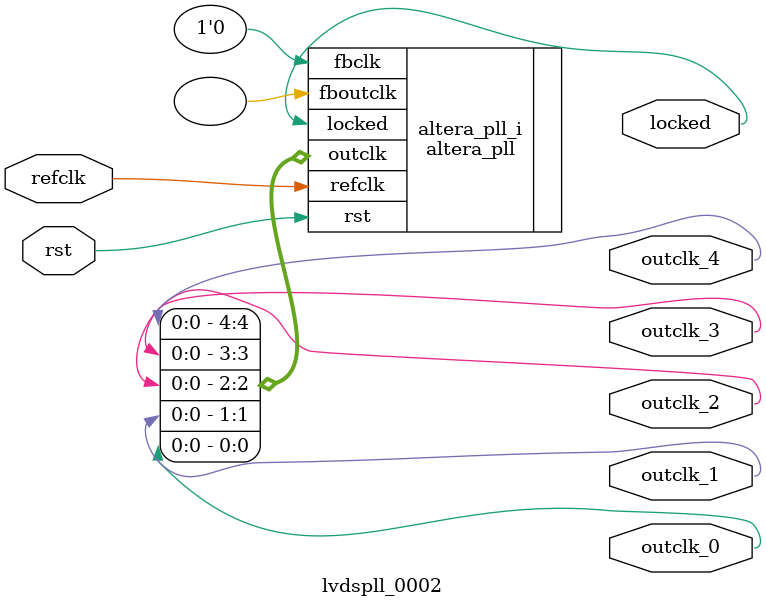
<source format=v>
`timescale 1ns/10ps
module  lvdspll_0002(

	// interface 'refclk'
	input wire refclk,

	// interface 'reset'
	input wire rst,

	// interface 'outclk0'
	output wire outclk_0,

	// interface 'outclk1'
	output wire outclk_1,

	// interface 'outclk2'
	output wire outclk_2,

	// interface 'outclk3'
	output wire outclk_3,

	// interface 'outclk4'
	output wire outclk_4,

	// interface 'locked'
	output wire locked
);

	altera_pll #(
		.fractional_vco_multiplier("false"),
		.reference_clock_frequency("125.0 MHz"),
		.operation_mode("direct"),
		.number_of_clocks(5),
		.output_clock_frequency0("1250.000000 MHz"),
		.phase_shift0("400 ps"),
		.duty_cycle0(50),
		.output_clock_frequency1("125.000000 MHz"),
		.phase_shift1("6400 ps"),
		.duty_cycle1(10),
		.output_clock_frequency2("125.000000 MHz"),
		.phase_shift2("7600 ps"),
		.duty_cycle2(50),
		.output_clock_frequency3("1250.000000 MHz"),
		.phase_shift3("400 ps"),
		.duty_cycle3(50),
		.output_clock_frequency4("250.000000 MHz"),
		.phase_shift4("0 ps"),
		.duty_cycle4(50),
		.output_clock_frequency5("0 MHz"),
		.phase_shift5("0 ps"),
		.duty_cycle5(50),
		.output_clock_frequency6("0 MHz"),
		.phase_shift6("0 ps"),
		.duty_cycle6(50),
		.output_clock_frequency7("0 MHz"),
		.phase_shift7("0 ps"),
		.duty_cycle7(50),
		.output_clock_frequency8("0 MHz"),
		.phase_shift8("0 ps"),
		.duty_cycle8(50),
		.output_clock_frequency9("0 MHz"),
		.phase_shift9("0 ps"),
		.duty_cycle9(50),
		.output_clock_frequency10("0 MHz"),
		.phase_shift10("0 ps"),
		.duty_cycle10(50),
		.output_clock_frequency11("0 MHz"),
		.phase_shift11("0 ps"),
		.duty_cycle11(50),
		.output_clock_frequency12("0 MHz"),
		.phase_shift12("0 ps"),
		.duty_cycle12(50),
		.output_clock_frequency13("0 MHz"),
		.phase_shift13("0 ps"),
		.duty_cycle13(50),
		.output_clock_frequency14("0 MHz"),
		.phase_shift14("0 ps"),
		.duty_cycle14(50),
		.output_clock_frequency15("0 MHz"),
		.phase_shift15("0 ps"),
		.duty_cycle15(50),
		.output_clock_frequency16("0 MHz"),
		.phase_shift16("0 ps"),
		.duty_cycle16(50),
		.output_clock_frequency17("0 MHz"),
		.phase_shift17("0 ps"),
		.duty_cycle17(50),
		.pll_type("General"),
		.pll_subtype("General")
	) altera_pll_i (
		.rst	(rst),
		.outclk	({outclk_4, outclk_3, outclk_2, outclk_1, outclk_0}),
		.locked	(locked),
		.fboutclk	( ),
		.fbclk	(1'b0),
		.refclk	(refclk)
	);
endmodule


</source>
